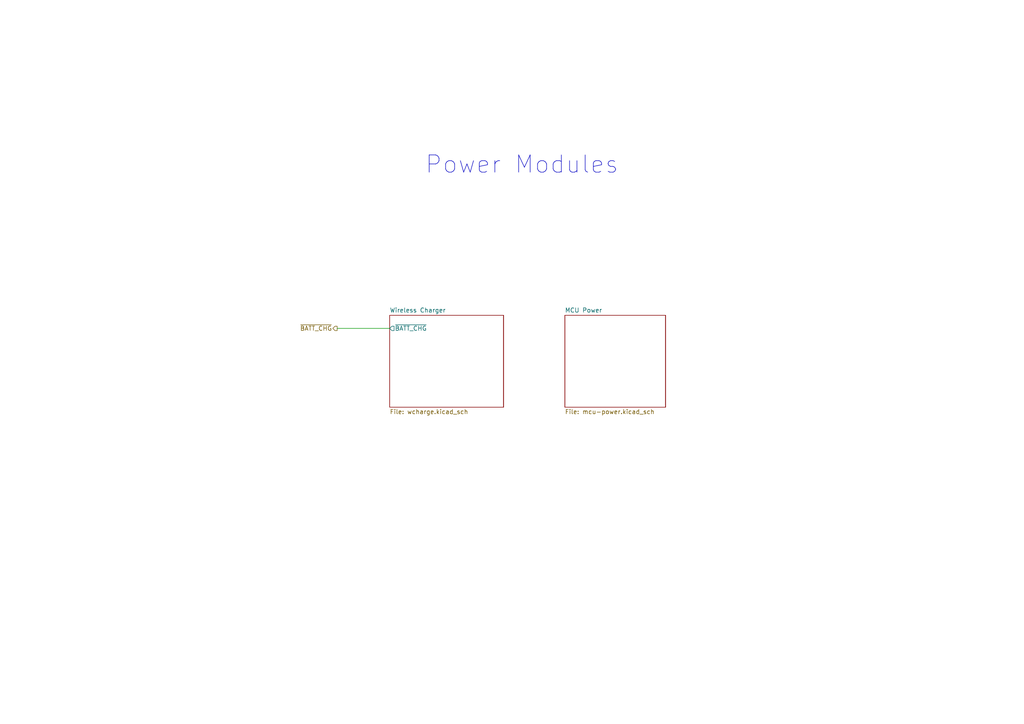
<source format=kicad_sch>
(kicad_sch (version 20211123) (generator eeschema)
  (paper "A4")
  (title_block (title "TekTag BioSensor") (date "2023-05-18") (rev "0.2 alpha") (company "© 2023 Teklabs Digital Pty Ltd") (comment 1 "Designed by Trevor Attema") (comment 2 "MIT License "))
  (lib_symbols)
  (wire (pts (xy 97.79 95.25) (xy 113.03 95.25)))
  (text "Power Modules" (at 123.19 50.8 0) (effects (font (size 5 5)) (justify left bottom)))
  (hierarchical_label "~{BATT_CHG}" (shape output) (at 97.79 95.25 180))
  (sheet (at 113.03 91.44) (size 33.02 26.67) (stroke (width 0.1524))
    (property "Sheet name" "Wireless Charger" (at 113.03 90.7284 0) (effects (justify left bottom)))
    (property "Sheet file" "wcharge.kicad_sch" (at 113.03 118.6946 0) (effects (justify left top)))
    (pin "~{BATT_CHG}" output (at 113.03 95.25 180))
  )
  (sheet (at 163.83 91.44) (size 29.21 26.67) (stroke (width 0.1524))
    (property "Sheet name" "MCU Power" (at 163.83 90.7284 0) (effects (justify left bottom)))
    (property "Sheet file" "mcu-power.kicad_sch" (at 163.83 118.6946 0) (effects (justify left top)))
  )
)
</source>
